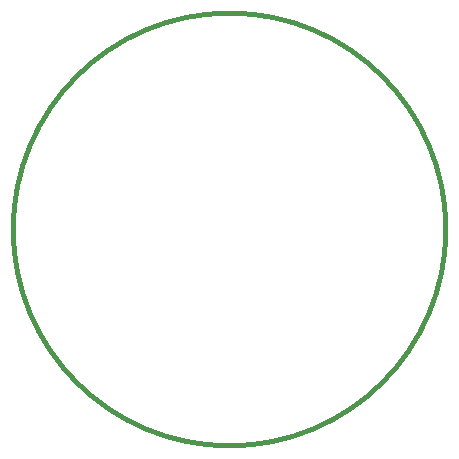
<source format=gbr>
G04 (created by PCBNEW (2013-07-07 BZR 4022)-stable) date 23/08/2014 11:18:16*
%MOIN*%
G04 Gerber Fmt 3.4, Leading zero omitted, Abs format*
%FSLAX34Y34*%
G01*
G70*
G90*
G04 APERTURE LIST*
%ADD10C,0.00393701*%
%ADD11C,0.015*%
G04 APERTURE END LIST*
G54D10*
G54D11*
X28172Y-21270D02*
G75*
G03X28172Y-21270I-7212J0D01*
G74*
G01*
M02*

</source>
